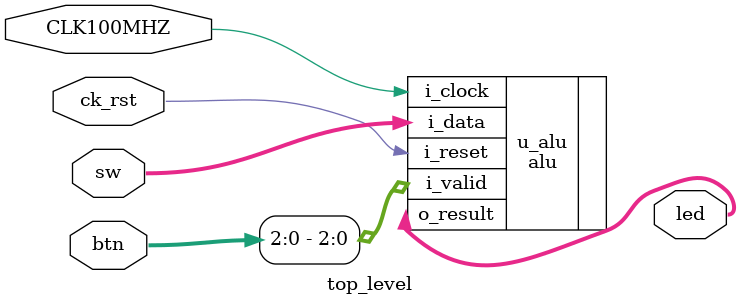
<source format=v>
module top_level
  #(
    parameter NB_DATA = 4,
    parameter NB_OPERATION = 4
    )
   (
    output [3:0] led,
    input [3:0]  sw, btn,
    input        CLK100MHZ,
    input        ck_rst
    );

    alu#(
         .NB_DATA(NB_DATA),
         .NB_OPERATION(NB_OPERATION)
         )
   u_alu(
         .o_result(led),
         .i_data(sw),
         .i_valid(btn[2:0]),
         .i_reset(ck_rst),
         .i_clock(CLK100MHZ)
         );
endmodule

</source>
